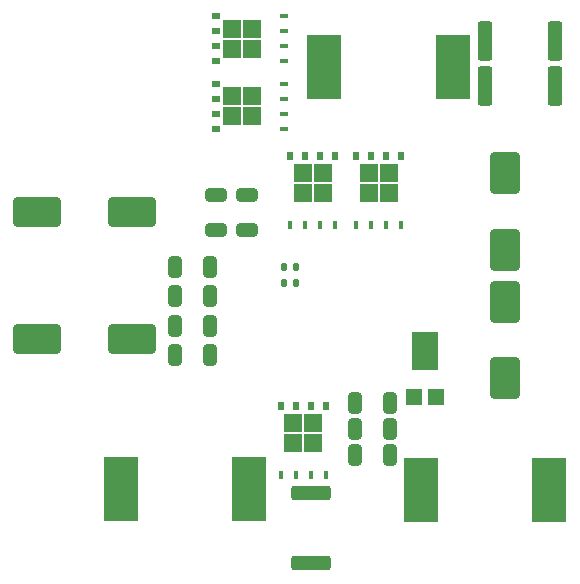
<source format=gbr>
G04 #@! TF.GenerationSoftware,KiCad,Pcbnew,(5.99.0-12889-g70df3822b5)*
G04 #@! TF.CreationDate,2021-11-21T19:13:50+08:00*
G04 #@! TF.ProjectId,Dual-Power,4475616c-2d50-46f7-9765-722e6b696361,rev?*
G04 #@! TF.SameCoordinates,Original*
G04 #@! TF.FileFunction,Paste,Bot*
G04 #@! TF.FilePolarity,Positive*
%FSLAX46Y46*%
G04 Gerber Fmt 4.6, Leading zero omitted, Abs format (unit mm)*
G04 Created by KiCad (PCBNEW (5.99.0-12889-g70df3822b5)) date 2021-11-21 19:13:50*
%MOMM*%
%LPD*%
G01*
G04 APERTURE LIST*
G04 Aperture macros list*
%AMRoundRect*
0 Rectangle with rounded corners*
0 $1 Rounding radius*
0 $2 $3 $4 $5 $6 $7 $8 $9 X,Y pos of 4 corners*
0 Add a 4 corners polygon primitive as box body*
4,1,4,$2,$3,$4,$5,$6,$7,$8,$9,$2,$3,0*
0 Add four circle primitives for the rounded corners*
1,1,$1+$1,$2,$3*
1,1,$1+$1,$4,$5*
1,1,$1+$1,$6,$7*
1,1,$1+$1,$8,$9*
0 Add four rect primitives between the rounded corners*
20,1,$1+$1,$2,$3,$4,$5,0*
20,1,$1+$1,$4,$5,$6,$7,0*
20,1,$1+$1,$6,$7,$8,$9,0*
20,1,$1+$1,$8,$9,$2,$3,0*%
G04 Aperture macros list end*
%ADD10C,0.010000*%
%ADD11RoundRect,0.250000X1.750000X1.000000X-1.750000X1.000000X-1.750000X-1.000000X1.750000X-1.000000X0*%
%ADD12RoundRect,0.249999X-0.325001X-0.650001X0.325001X-0.650001X0.325001X0.650001X-0.325001X0.650001X0*%
%ADD13RoundRect,0.250000X-1.000000X1.500000X-1.000000X-1.500000X1.000000X-1.500000X1.000000X1.500000X0*%
%ADD14RoundRect,0.249999X0.325001X0.650001X-0.325001X0.650001X-0.325001X-0.650001X0.325001X-0.650001X0*%
%ADD15RoundRect,0.249999X-0.650001X0.325001X-0.650001X-0.325001X0.650001X-0.325001X0.650001X0.325001X0*%
%ADD16RoundRect,0.147500X-0.147500X-0.172500X0.147500X-0.172500X0.147500X0.172500X-0.147500X0.172500X0*%
%ADD17R,1.390000X1.400000*%
%ADD18R,2.900000X5.400000*%
%ADD19R,0.500000X0.750000*%
%ADD20R,1.500000X1.500000*%
%ADD21R,0.400000X0.750000*%
%ADD22R,0.750000X0.500000*%
%ADD23R,0.750000X0.400000*%
%ADD24RoundRect,0.249999X-1.425001X0.362501X-1.425001X-0.362501X1.425001X-0.362501X1.425001X0.362501X0*%
%ADD25RoundRect,0.249999X0.362501X1.425001X-0.362501X1.425001X-0.362501X-1.425001X0.362501X-1.425001X0*%
%ADD26RoundRect,0.250000X0.362500X1.425000X-0.362500X1.425000X-0.362500X-1.425000X0.362500X-1.425000X0*%
G04 APERTURE END LIST*
D10*
G04 #@! TO.C,D3*
X149360000Y-91634000D02*
X147240000Y-91634000D01*
X147240000Y-91634000D02*
X147240000Y-94714000D01*
X147240000Y-94714000D02*
X149360000Y-94714000D01*
X149360000Y-94714000D02*
X149360000Y-91634000D01*
G36*
X149360000Y-94714000D02*
G01*
X147240000Y-94714000D01*
X147240000Y-91634000D01*
X149360000Y-91634000D01*
X149360000Y-94714000D01*
G37*
X149360000Y-94714000D02*
X147240000Y-94714000D01*
X147240000Y-91634000D01*
X149360000Y-91634000D01*
X149360000Y-94714000D01*
G04 #@! TD*
D11*
G04 #@! TO.C,C1*
X123500000Y-92200000D03*
X115500000Y-92200000D03*
G04 #@! TD*
D12*
G04 #@! TO.C,C2*
X127125000Y-93600000D03*
X130075000Y-93600000D03*
G04 #@! TD*
G04 #@! TO.C,C3*
X127125000Y-91077778D03*
X130075000Y-91077778D03*
G04 #@! TD*
G04 #@! TO.C,C4*
X127125000Y-88555556D03*
X130075000Y-88555556D03*
G04 #@! TD*
D13*
G04 #@! TO.C,C16*
X155100000Y-89050000D03*
X155100000Y-95550000D03*
G04 #@! TD*
D14*
G04 #@! TO.C,C18*
X145375000Y-97600000D03*
X142425000Y-97600000D03*
G04 #@! TD*
G04 #@! TO.C,C19*
X145375000Y-102000000D03*
X142425000Y-102000000D03*
G04 #@! TD*
G04 #@! TO.C,C20*
X145375000Y-99800000D03*
X142425000Y-99800000D03*
G04 #@! TD*
D15*
G04 #@! TO.C,C22*
X133200000Y-80025000D03*
X133200000Y-82975000D03*
G04 #@! TD*
G04 #@! TO.C,C24*
X130600000Y-80025000D03*
X130600000Y-82975000D03*
G04 #@! TD*
D16*
G04 #@! TO.C,D1*
X136415000Y-86100000D03*
X137385000Y-86100000D03*
G04 #@! TD*
G04 #@! TO.C,D2*
X136415000Y-87500000D03*
X137385000Y-87500000D03*
G04 #@! TD*
D17*
G04 #@! TO.C,D3*
X149220000Y-97156000D03*
X147380000Y-97156000D03*
G04 #@! TD*
D18*
G04 #@! TO.C,L1*
X158850000Y-105000000D03*
X147950000Y-105000000D03*
G04 #@! TD*
G04 #@! TO.C,L2*
X122550000Y-104900000D03*
X133450000Y-104900000D03*
G04 #@! TD*
G04 #@! TO.C,L3*
X139750000Y-69200000D03*
X150650000Y-69200000D03*
G04 #@! TD*
D19*
G04 #@! TO.C,Q1*
X137365000Y-97895000D03*
D20*
X138850000Y-99300000D03*
X137150000Y-101000000D03*
D19*
X139905000Y-97895000D03*
X136095000Y-97895000D03*
X138635000Y-97895000D03*
D20*
X137150000Y-99300000D03*
X138850000Y-101000000D03*
D21*
X139905000Y-103700000D03*
X138635000Y-103700000D03*
X137365000Y-103700000D03*
X136095000Y-103700000D03*
G04 #@! TD*
D19*
G04 #@! TO.C,Q2*
X140705000Y-76735000D03*
X138165000Y-76735000D03*
D20*
X137950000Y-79840000D03*
X137950000Y-78140000D03*
X139650000Y-78140000D03*
D19*
X139435000Y-76735000D03*
X136895000Y-76735000D03*
D20*
X139650000Y-79840000D03*
D21*
X140705000Y-82540000D03*
X139435000Y-82540000D03*
X138165000Y-82540000D03*
X136895000Y-82540000D03*
G04 #@! TD*
D22*
G04 #@! TO.C,Q3*
X130595000Y-74405000D03*
D20*
X133700000Y-73350000D03*
X133700000Y-71650000D03*
X132000000Y-73350000D03*
D22*
X130595000Y-71865000D03*
X130595000Y-73135000D03*
D20*
X132000000Y-71650000D03*
D22*
X130595000Y-70595000D03*
D23*
X136400000Y-70595000D03*
X136400000Y-71865000D03*
X136400000Y-73135000D03*
X136400000Y-74405000D03*
G04 #@! TD*
D24*
G04 #@! TO.C,R12*
X138700000Y-105237500D03*
X138700000Y-111162500D03*
G04 #@! TD*
D25*
G04 #@! TO.C,R14*
X159292500Y-70800000D03*
X153367500Y-70800000D03*
G04 #@! TD*
D13*
G04 #@! TO.C,C29*
X155100000Y-78150000D03*
X155100000Y-84650000D03*
G04 #@! TD*
D11*
G04 #@! TO.C,C32*
X123500000Y-81500000D03*
X115500000Y-81500000D03*
G04 #@! TD*
D22*
G04 #@! TO.C,Q4*
X130595000Y-66165000D03*
X130595000Y-67435000D03*
D20*
X133700000Y-67650000D03*
X132000000Y-65950000D03*
X132000000Y-67650000D03*
D22*
X130595000Y-64895000D03*
X130595000Y-68705000D03*
D20*
X133700000Y-65950000D03*
D23*
X136400000Y-64895000D03*
X136400000Y-66165000D03*
X136400000Y-67435000D03*
X136400000Y-68705000D03*
G04 #@! TD*
D20*
G04 #@! TO.C,Q5*
X143550000Y-79840000D03*
X145250000Y-79840000D03*
D19*
X145035000Y-76735000D03*
D20*
X145250000Y-78140000D03*
X143550000Y-78140000D03*
D19*
X143765000Y-76735000D03*
X146305000Y-76735000D03*
X142495000Y-76735000D03*
D21*
X146305000Y-82540000D03*
X145035000Y-82540000D03*
X143765000Y-82540000D03*
X142495000Y-82540000D03*
G04 #@! TD*
D26*
G04 #@! TO.C,R17*
X159292500Y-67000000D03*
X153367500Y-67000000D03*
G04 #@! TD*
D14*
G04 #@! TO.C,Cx1*
X130075000Y-86100000D03*
X127125000Y-86100000D03*
G04 #@! TD*
M02*

</source>
